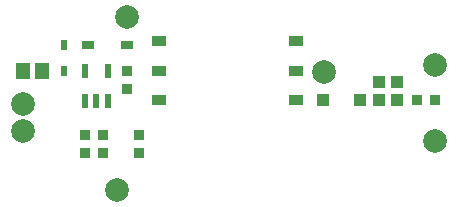
<source format=gtp>
G04*
G04 #@! TF.GenerationSoftware,Altium Limited,Altium Designer,20.2.6 (244)*
G04*
G04 Layer_Color=8421504*
%FSLAX25Y25*%
%MOIN*%
G70*
G04*
G04 #@! TF.SameCoordinates,39F16B55-C1F7-43D0-B861-395FF0F2765C*
G04*
G04*
G04 #@! TF.FilePolarity,Positive*
G04*
G01*
G75*
%ADD15R,0.05118X0.03386*%
%ADD16C,0.07874*%
%ADD17R,0.03347X0.03543*%
%ADD18R,0.03937X0.04134*%
%ADD19R,0.02047X0.04803*%
%ADD20R,0.03543X0.03347*%
%ADD21R,0.03937X0.03150*%
%ADD22R,0.01968X0.03543*%
%ADD23R,0.03937X0.04331*%
%ADD24R,0.05118X0.05709*%
D15*
X218366Y137157D02*
D03*
Y147000D02*
D03*
Y156843D02*
D03*
X172500Y137157D02*
D03*
Y147000D02*
D03*
Y156843D02*
D03*
D16*
X162094Y165000D02*
D03*
X227500Y146500D02*
D03*
X127201Y136000D02*
D03*
X158500Y107087D02*
D03*
X264602Y149000D02*
D03*
Y123622D02*
D03*
X127201Y127000D02*
D03*
D17*
X258500Y137157D02*
D03*
X264602D02*
D03*
D18*
X252000Y143063D02*
D03*
Y137157D02*
D03*
X246000Y143063D02*
D03*
Y137157D02*
D03*
D19*
X148020Y147000D02*
D03*
X155500D02*
D03*
Y136685D02*
D03*
X151760D02*
D03*
X148020D02*
D03*
D20*
Y125551D02*
D03*
Y119449D02*
D03*
X162000Y147000D02*
D03*
Y140898D02*
D03*
X154000Y119449D02*
D03*
Y125551D02*
D03*
X166000Y119449D02*
D03*
Y125551D02*
D03*
D21*
X148906Y155661D02*
D03*
X162094D02*
D03*
D22*
X141000D02*
D03*
Y147000D02*
D03*
D23*
X239602Y137157D02*
D03*
X227398D02*
D03*
D24*
X127201Y147000D02*
D03*
X133500D02*
D03*
M02*

</source>
